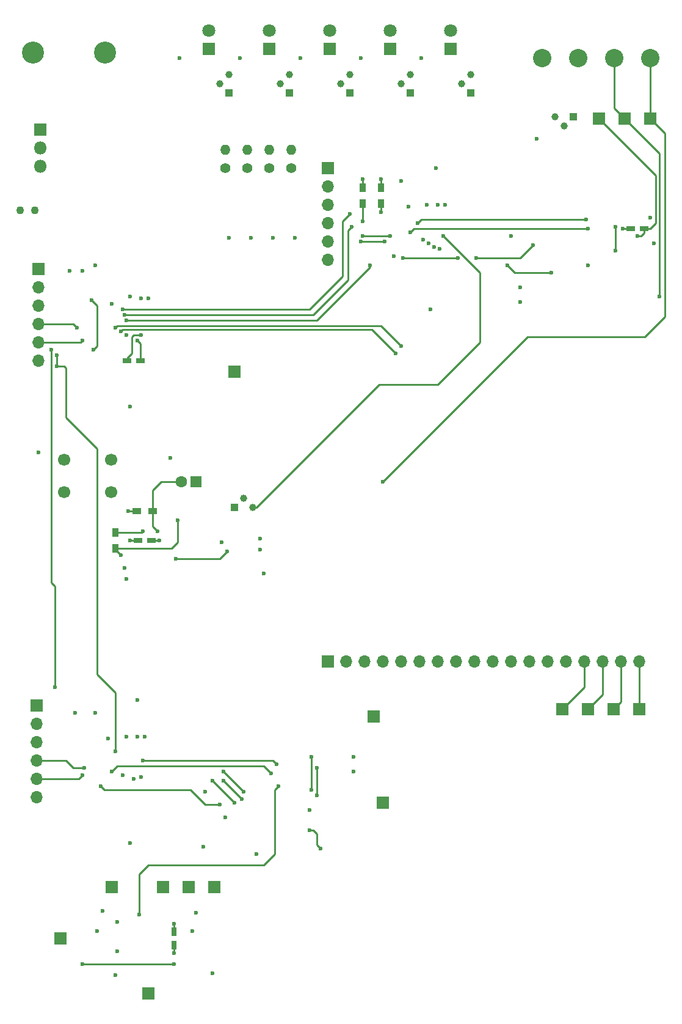
<source format=gbr>
G04 #@! TF.FileFunction,Copper,L4,Bot,Signal*
%FSLAX46Y46*%
G04 Gerber Fmt 4.6, Leading zero omitted, Abs format (unit mm)*
G04 Created by KiCad (PCBNEW 4.0.6) date 01/21/18 14:08:51*
%MOMM*%
%LPD*%
G01*
G04 APERTURE LIST*
%ADD10C,0.100000*%
%ADD11C,2.540000*%
%ADD12C,1.000000*%
%ADD13R,1.000000X1.000000*%
%ADD14C,1.100000*%
%ADD15R,1.700000X1.700000*%
%ADD16O,1.700000X1.700000*%
%ADD17C,1.700000*%
%ADD18R,1.200000X0.750000*%
%ADD19R,1.600000X1.600000*%
%ADD20C,1.600000*%
%ADD21R,0.750000X1.200000*%
%ADD22C,3.048000*%
%ADD23R,1.200000X0.900000*%
%ADD24R,0.900000X1.200000*%
%ADD25R,1.800000X1.800000*%
%ADD26C,1.800000*%
%ADD27O,1.800000X1.800000*%
%ADD28C,1.400000*%
%ADD29O,1.400000X1.400000*%
%ADD30C,0.600000*%
%ADD31C,0.250000*%
G04 APERTURE END LIST*
D10*
D11*
X270256000Y-19304000D03*
X265256000Y-19304000D03*
X260256000Y-19304000D03*
X255256000Y-19304000D03*
D12*
X244094000Y-22860000D03*
X245364000Y-21590000D03*
D13*
X245364000Y-24130000D03*
D14*
X182880000Y-40386000D03*
X184880000Y-40386000D03*
D15*
X225552000Y-102870000D03*
D16*
X228092000Y-102870000D03*
X230632000Y-102870000D03*
X233172000Y-102870000D03*
X235712000Y-102870000D03*
X238252000Y-102870000D03*
X240792000Y-102870000D03*
X243332000Y-102870000D03*
X245872000Y-102870000D03*
X248412000Y-102870000D03*
X250952000Y-102870000D03*
X253492000Y-102870000D03*
X256032000Y-102870000D03*
X258572000Y-102870000D03*
X261112000Y-102870000D03*
X263652000Y-102870000D03*
X266192000Y-102870000D03*
X268732000Y-102870000D03*
D15*
X225552000Y-34544000D03*
D16*
X225552000Y-37084000D03*
X225552000Y-39624000D03*
X225552000Y-42164000D03*
X225552000Y-44704000D03*
X225552000Y-47244000D03*
D15*
X185420000Y-48514000D03*
D16*
X185420000Y-51054000D03*
X185420000Y-53594000D03*
X185420000Y-56134000D03*
X185420000Y-58674000D03*
X185420000Y-61214000D03*
D12*
X258318000Y-28702000D03*
X257048000Y-27432000D03*
D13*
X259588000Y-27432000D03*
D12*
X235712000Y-22860000D03*
X236982000Y-21590000D03*
D13*
X236982000Y-24130000D03*
D12*
X227330000Y-22860000D03*
X228600000Y-21590000D03*
D13*
X228600000Y-24130000D03*
D12*
X218948000Y-22860000D03*
X220218000Y-21590000D03*
D13*
X220218000Y-24130000D03*
D12*
X210566000Y-22860000D03*
X211836000Y-21590000D03*
D13*
X211836000Y-24130000D03*
D12*
X213868000Y-80264000D03*
X215138000Y-81534000D03*
D13*
X212598000Y-81534000D03*
D17*
X195476000Y-79430000D03*
X188976000Y-79430000D03*
X195476000Y-74930000D03*
X188976000Y-74930000D03*
D18*
X267528000Y-42926000D03*
X269428000Y-42926000D03*
X201102000Y-86106000D03*
X199202000Y-86106000D03*
D19*
X207264000Y-77978000D03*
D20*
X205264000Y-77978000D03*
D21*
X204216000Y-142174000D03*
X204216000Y-140274000D03*
D22*
X184658000Y-18542000D03*
X194658000Y-18542000D03*
D15*
X185166000Y-108966000D03*
D16*
X185166000Y-111506000D03*
X185166000Y-114046000D03*
X185166000Y-116586000D03*
X185166000Y-119126000D03*
X185166000Y-121666000D03*
D23*
X201252000Y-82042000D03*
X199052000Y-82042000D03*
D24*
X196088000Y-87206000D03*
X196088000Y-85006000D03*
D25*
X242570000Y-18034000D03*
D26*
X242570000Y-15494000D03*
D25*
X234188000Y-18034000D03*
D26*
X234188000Y-15494000D03*
D25*
X225806000Y-18034000D03*
D26*
X225806000Y-15494000D03*
D25*
X217424000Y-18034000D03*
D26*
X217424000Y-15494000D03*
D25*
X209042000Y-18034000D03*
D26*
X209042000Y-15494000D03*
D25*
X185674000Y-29210000D03*
D27*
X185674000Y-31750000D03*
X185674000Y-34290000D03*
D15*
X268732000Y-109474000D03*
X265176000Y-109474000D03*
X270256000Y-27686000D03*
X231902000Y-110490000D03*
X266700000Y-27686000D03*
X206248000Y-134112000D03*
X258064000Y-109474000D03*
X195580000Y-134112000D03*
X202692000Y-134112000D03*
X261620000Y-109474000D03*
X188468000Y-141224000D03*
X212598000Y-62738000D03*
X233172000Y-122428000D03*
X263144000Y-27686000D03*
X209804000Y-134112000D03*
X200660000Y-148844000D03*
D18*
X197678000Y-61214000D03*
X199578000Y-61214000D03*
D24*
X230378000Y-37254000D03*
X230378000Y-39454000D03*
X232918000Y-37254000D03*
X232918000Y-39454000D03*
D28*
X220472000Y-34544000D03*
D29*
X220472000Y-32004000D03*
D28*
X217424000Y-34544000D03*
D29*
X217424000Y-32004000D03*
D28*
X214376000Y-34544000D03*
D29*
X214376000Y-32004000D03*
D28*
X211328000Y-34544000D03*
D29*
X211328000Y-32004000D03*
D30*
X185420000Y-73914000D03*
X200660000Y-52578000D03*
X191516000Y-48768000D03*
X239522000Y-44958000D03*
X241046000Y-45720000D03*
X199644000Y-57658000D03*
X199644000Y-118872000D03*
X189738000Y-48768000D03*
X190500000Y-109982000D03*
X232918000Y-36068000D03*
X230378000Y-36068000D03*
X200152000Y-113284000D03*
X208534000Y-120904000D03*
X211328000Y-124460000D03*
X215646000Y-129540000D03*
X241808000Y-39624000D03*
X254508000Y-30480000D03*
X220980000Y-44196000D03*
X217932000Y-44196000D03*
X214884000Y-44196000D03*
X211836000Y-44196000D03*
X203708000Y-74676000D03*
X207264000Y-137668000D03*
X204216000Y-139192000D03*
X196342000Y-138938000D03*
X194310000Y-137414000D03*
X202184000Y-86106000D03*
X216154000Y-85852000D03*
X252222000Y-51054000D03*
X250952000Y-43942000D03*
X204978000Y-19304000D03*
X213360000Y-19304000D03*
X221742000Y-19304000D03*
X230124000Y-19304000D03*
X238506000Y-19304000D03*
X268478000Y-43942000D03*
X218694000Y-120142000D03*
X199390000Y-137922000D03*
X271526000Y-52324000D03*
X204724000Y-83312000D03*
X196850000Y-88138000D03*
X196850000Y-57150000D03*
X234950000Y-60198000D03*
X235712000Y-59182000D03*
X196088000Y-56642000D03*
X241554000Y-43942000D03*
X235966000Y-46990000D03*
X243586000Y-46990000D03*
X246126000Y-46990000D03*
X254000000Y-45212000D03*
X210566000Y-122682000D03*
X194056000Y-120142000D03*
X196088000Y-115316000D03*
X187960000Y-60452000D03*
X187960000Y-61976000D03*
X231394000Y-48006000D03*
X197612000Y-55626000D03*
X233172000Y-77978000D03*
X204216000Y-144780000D03*
X191516000Y-144780000D03*
X256540000Y-49022000D03*
X250444000Y-48006000D03*
X223266000Y-116078000D03*
X223266000Y-120650000D03*
X261620000Y-42926000D03*
X236982000Y-43434000D03*
X261366000Y-41656000D03*
X237998000Y-42164000D03*
X209550000Y-119380000D03*
X212598000Y-122428000D03*
X213614000Y-121920000D03*
X211074000Y-119380000D03*
X211074000Y-118110000D03*
X213868000Y-120904000D03*
X217678000Y-118364000D03*
X195580000Y-118110000D03*
X218440000Y-117094000D03*
X199898000Y-116586000D03*
X187706000Y-106426000D03*
X187198000Y-59690000D03*
X228854000Y-42672000D03*
X197358000Y-54864000D03*
X230378000Y-41910000D03*
X192786000Y-52832000D03*
X193040000Y-59690000D03*
X228600000Y-40894000D03*
X197104000Y-54102000D03*
X232918000Y-40640000D03*
X199644000Y-52578000D03*
X197612000Y-57658000D03*
X238760000Y-44450000D03*
X240284000Y-45466000D03*
X193294000Y-48006000D03*
X197866000Y-82042000D03*
X199136000Y-58420000D03*
X229108000Y-116078000D03*
X208280000Y-128524000D03*
X234696000Y-46736000D03*
X193294000Y-109982000D03*
X198120000Y-128016000D03*
X197104000Y-118618000D03*
X198628000Y-119126000D03*
X195072000Y-113538000D03*
X197612000Y-113284000D03*
X199136000Y-113284000D03*
X199136000Y-108204000D03*
X223012000Y-123444000D03*
X229108000Y-118110000D03*
X235712000Y-36322000D03*
X240792000Y-39624000D03*
X236728000Y-39878000D03*
X198120000Y-52324000D03*
X198120000Y-67564000D03*
X195580000Y-53340000D03*
X210820000Y-86360000D03*
X206756000Y-140208000D03*
X204216000Y-143256000D03*
X196088000Y-146304000D03*
X209550000Y-146050000D03*
X196342000Y-143002000D03*
X193548000Y-140208000D03*
X197358000Y-89916000D03*
X197612000Y-91440000D03*
X198120000Y-86106000D03*
X216662000Y-90678000D03*
X216154000Y-87376000D03*
X266446000Y-42926000D03*
X270764000Y-44958000D03*
X270256000Y-41402000D03*
X261620000Y-48006000D03*
X252222000Y-53086000D03*
X239268000Y-39624000D03*
X239776000Y-54102000D03*
X240538000Y-34544000D03*
X204470000Y-88646000D03*
X211582000Y-87630000D03*
X201930000Y-84836000D03*
X265430000Y-45974000D03*
X265430000Y-42672000D03*
X224028000Y-121412000D03*
X224028000Y-117602000D03*
X223012000Y-126238000D03*
X224536000Y-128778000D03*
X199898000Y-84836000D03*
X191770000Y-117602000D03*
X191516000Y-118618000D03*
X230378000Y-43942000D03*
X234188000Y-43942000D03*
X233426000Y-44704000D03*
X230124000Y-44704000D03*
X190754000Y-56642000D03*
X191516000Y-58420000D03*
D31*
X197678000Y-61214000D02*
X197678000Y-60894000D01*
X197678000Y-60894000D02*
X198374000Y-60198000D01*
X198374000Y-60198000D02*
X198374000Y-57912000D01*
X198374000Y-57912000D02*
X198628000Y-57658000D01*
X198628000Y-57658000D02*
X199644000Y-57658000D01*
X232918000Y-37254000D02*
X232918000Y-36068000D01*
X230378000Y-37254000D02*
X230378000Y-36068000D01*
X204216000Y-140274000D02*
X204216000Y-139192000D01*
X202184000Y-86106000D02*
X201102000Y-86106000D01*
X263144000Y-27686000D02*
X268986000Y-33528000D01*
X270256000Y-42926000D02*
X269428000Y-42926000D01*
X271018000Y-42164000D02*
X270256000Y-42926000D01*
X271018000Y-35560000D02*
X271018000Y-42164000D01*
X270510000Y-35052000D02*
X271018000Y-35560000D01*
X268986000Y-33528000D02*
X270510000Y-35052000D01*
X269428000Y-42926000D02*
X269428000Y-43500000D01*
X268986000Y-43942000D02*
X268478000Y-43942000D01*
X269428000Y-43500000D02*
X268986000Y-43942000D01*
X218186000Y-120650000D02*
X218694000Y-120142000D01*
X218186000Y-129540000D02*
X218186000Y-120650000D01*
X216662000Y-131064000D02*
X218186000Y-129540000D01*
X200660000Y-131064000D02*
X216662000Y-131064000D01*
X199390000Y-132334000D02*
X200660000Y-131064000D01*
X199390000Y-137922000D02*
X199390000Y-132334000D01*
X266700000Y-27686000D02*
X270764000Y-31750000D01*
X271526000Y-32512000D02*
X271526000Y-52324000D01*
X270764000Y-31750000D02*
X271526000Y-32512000D01*
X265256000Y-19304000D02*
X265256000Y-26242000D01*
X265256000Y-26242000D02*
X266700000Y-27686000D01*
X266192000Y-102870000D02*
X266192000Y-108458000D01*
X266192000Y-108458000D02*
X265176000Y-109474000D01*
X196088000Y-87206000D02*
X203878000Y-87206000D01*
X204724000Y-86360000D02*
X204724000Y-83312000D01*
X203878000Y-87206000D02*
X204724000Y-86360000D01*
X196850000Y-88138000D02*
X196088000Y-87376000D01*
X196088000Y-87376000D02*
X196088000Y-87206000D01*
X231648000Y-56896000D02*
X234950000Y-60198000D01*
X196850000Y-57150000D02*
X197104000Y-56896000D01*
X197104000Y-56896000D02*
X231648000Y-56896000D01*
X235712000Y-59182000D02*
X232918000Y-56388000D01*
X196342000Y-56388000D02*
X232918000Y-56388000D01*
X196088000Y-56642000D02*
X196342000Y-56388000D01*
X261112000Y-102870000D02*
X261112000Y-106426000D01*
X261112000Y-106426000D02*
X258064000Y-109474000D01*
X263652000Y-102870000D02*
X263652000Y-107442000D01*
X263652000Y-107442000D02*
X261620000Y-109474000D01*
X268732000Y-102870000D02*
X268732000Y-109474000D01*
X215138000Y-81534000D02*
X215646000Y-81534000D01*
X246634000Y-49022000D02*
X241554000Y-43942000D01*
X246634000Y-58674000D02*
X246634000Y-49022000D01*
X240792000Y-64516000D02*
X246634000Y-58674000D01*
X232664000Y-64516000D02*
X240792000Y-64516000D01*
X215646000Y-81534000D02*
X232664000Y-64516000D01*
X243586000Y-46990000D02*
X235966000Y-46990000D01*
X252222000Y-46990000D02*
X246126000Y-46990000D01*
X254000000Y-45212000D02*
X252222000Y-46990000D01*
X208534000Y-122682000D02*
X210566000Y-122682000D01*
X206502000Y-120650000D02*
X208534000Y-122682000D01*
X194564000Y-120650000D02*
X206502000Y-120650000D01*
X194056000Y-120142000D02*
X194564000Y-120650000D01*
X188976000Y-61976000D02*
X187960000Y-61976000D01*
X189230000Y-62230000D02*
X188976000Y-61976000D01*
X189230000Y-69088000D02*
X189230000Y-62230000D01*
X193548000Y-73406000D02*
X189230000Y-69088000D01*
X193548000Y-104648000D02*
X193548000Y-73406000D01*
X196088000Y-107188000D02*
X193548000Y-104648000D01*
X196088000Y-115316000D02*
X196088000Y-107188000D01*
X187960000Y-60452000D02*
X187960000Y-61976000D01*
X231394000Y-48260000D02*
X231394000Y-48006000D01*
X224028000Y-55626000D02*
X231394000Y-48260000D01*
X197612000Y-55626000D02*
X224028000Y-55626000D01*
X270256000Y-27686000D02*
X270256000Y-19304000D01*
X272288000Y-29718000D02*
X270256000Y-27686000D01*
X272288000Y-55118000D02*
X272288000Y-29718000D01*
X269494000Y-57912000D02*
X272288000Y-55118000D01*
X253238000Y-57912000D02*
X269494000Y-57912000D01*
X233172000Y-77978000D02*
X253238000Y-57912000D01*
X191516000Y-144780000D02*
X204216000Y-144780000D01*
X251460000Y-49022000D02*
X256540000Y-49022000D01*
X250444000Y-48006000D02*
X251460000Y-49022000D01*
X223266000Y-120650000D02*
X223266000Y-116078000D01*
X237490000Y-42926000D02*
X261620000Y-42926000D01*
X236982000Y-43434000D02*
X237490000Y-42926000D01*
X238506000Y-41656000D02*
X261366000Y-41656000D01*
X237998000Y-42164000D02*
X238506000Y-41656000D01*
X212598000Y-122428000D02*
X209550000Y-119380000D01*
X211074000Y-119380000D02*
X213614000Y-121920000D01*
X213868000Y-120904000D02*
X211074000Y-118110000D01*
X216662000Y-117348000D02*
X217678000Y-118364000D01*
X196342000Y-117348000D02*
X216662000Y-117348000D01*
X195580000Y-118110000D02*
X196342000Y-117348000D01*
X217932000Y-116586000D02*
X218440000Y-117094000D01*
X199898000Y-116586000D02*
X217932000Y-116586000D01*
X187706000Y-92456000D02*
X187706000Y-106426000D01*
X187198000Y-91948000D02*
X187706000Y-92456000D01*
X187198000Y-59690000D02*
X187198000Y-91948000D01*
X228346000Y-43180000D02*
X228854000Y-42672000D01*
X228346000Y-50038000D02*
X228346000Y-43180000D01*
X223520000Y-54864000D02*
X228346000Y-50038000D01*
X197358000Y-54864000D02*
X223520000Y-54864000D01*
X230378000Y-39454000D02*
X230378000Y-41910000D01*
X193548000Y-53594000D02*
X192786000Y-52832000D01*
X193548000Y-59182000D02*
X193548000Y-53594000D01*
X193040000Y-59690000D02*
X193548000Y-59182000D01*
X223012000Y-54102000D02*
X197104000Y-54102000D01*
X227584000Y-49530000D02*
X223012000Y-54102000D01*
X227584000Y-41910000D02*
X227584000Y-49530000D01*
X228600000Y-40894000D02*
X227584000Y-41910000D01*
X232918000Y-39454000D02*
X232918000Y-40640000D01*
X197866000Y-82042000D02*
X199052000Y-82042000D01*
X199578000Y-61214000D02*
X199578000Y-58862000D01*
X199578000Y-58862000D02*
X199136000Y-58420000D01*
X204216000Y-142174000D02*
X204216000Y-143256000D01*
X199202000Y-86106000D02*
X198120000Y-86106000D01*
X267528000Y-42926000D02*
X266446000Y-42926000D01*
X210566000Y-88646000D02*
X204470000Y-88646000D01*
X211582000Y-87630000D02*
X210566000Y-88646000D01*
X205264000Y-77978000D02*
X202438000Y-77978000D01*
X201252000Y-84158000D02*
X201930000Y-84836000D01*
X201252000Y-79164000D02*
X201252000Y-84158000D01*
X202438000Y-77978000D02*
X201252000Y-79164000D01*
X265430000Y-42672000D02*
X265430000Y-45974000D01*
X224028000Y-117602000D02*
X224028000Y-121412000D01*
X223520000Y-126238000D02*
X223012000Y-126238000D01*
X224028000Y-126746000D02*
X223520000Y-126238000D01*
X224028000Y-128270000D02*
X224028000Y-126746000D01*
X224536000Y-128778000D02*
X224028000Y-128270000D01*
X196088000Y-85006000D02*
X199728000Y-85006000D01*
X199728000Y-85006000D02*
X199898000Y-84836000D01*
X185166000Y-116586000D02*
X189230000Y-116586000D01*
X190246000Y-117602000D02*
X191770000Y-117602000D01*
X189230000Y-116586000D02*
X190246000Y-117602000D01*
X185166000Y-119126000D02*
X191008000Y-119126000D01*
X191008000Y-119126000D02*
X191516000Y-118618000D01*
X230378000Y-43942000D02*
X234188000Y-43942000D01*
X230124000Y-44704000D02*
X233426000Y-44704000D01*
X185420000Y-56134000D02*
X190246000Y-56134000D01*
X190246000Y-56134000D02*
X190754000Y-56642000D01*
X185420000Y-58674000D02*
X191262000Y-58674000D01*
X191262000Y-58674000D02*
X191516000Y-58420000D01*
M02*

</source>
